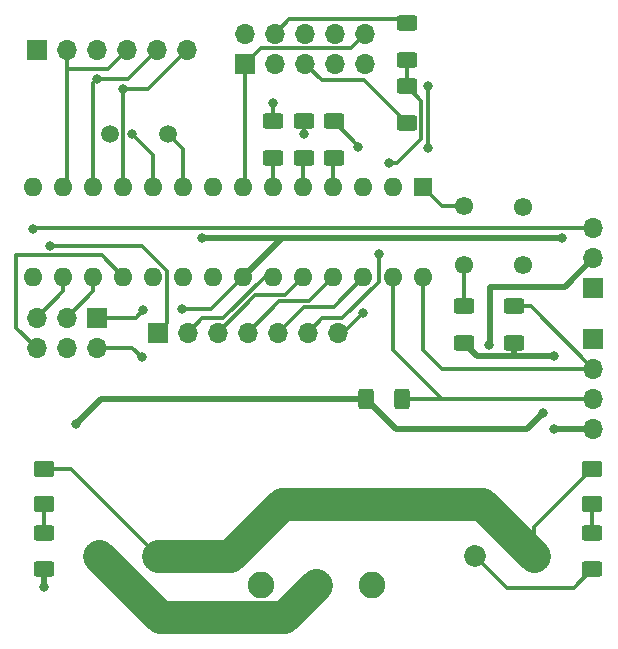
<source format=gbr>
%TF.GenerationSoftware,KiCad,Pcbnew,(7.0.0-0)*%
%TF.CreationDate,2023-06-23T15:16:10+02:00*%
%TF.ProjectId,RCcar,52436361-722e-46b6-9963-61645f706362,rev?*%
%TF.SameCoordinates,Original*%
%TF.FileFunction,Copper,L1,Top*%
%TF.FilePolarity,Positive*%
%FSLAX46Y46*%
G04 Gerber Fmt 4.6, Leading zero omitted, Abs format (unit mm)*
G04 Created by KiCad (PCBNEW (7.0.0-0)) date 2023-06-23 15:16:10*
%MOMM*%
%LPD*%
G01*
G04 APERTURE LIST*
G04 Aperture macros list*
%AMRoundRect*
0 Rectangle with rounded corners*
0 $1 Rounding radius*
0 $2 $3 $4 $5 $6 $7 $8 $9 X,Y pos of 4 corners*
0 Add a 4 corners polygon primitive as box body*
4,1,4,$2,$3,$4,$5,$6,$7,$8,$9,$2,$3,0*
0 Add four circle primitives for the rounded corners*
1,1,$1+$1,$2,$3*
1,1,$1+$1,$4,$5*
1,1,$1+$1,$6,$7*
1,1,$1+$1,$8,$9*
0 Add four rect primitives between the rounded corners*
20,1,$1+$1,$2,$3,$4,$5,0*
20,1,$1+$1,$4,$5,$6,$7,0*
20,1,$1+$1,$6,$7,$8,$9,0*
20,1,$1+$1,$8,$9,$2,$3,0*%
G04 Aperture macros list end*
%TA.AperFunction,SMDPad,CuDef*%
%ADD10RoundRect,0.250000X0.625000X-0.400000X0.625000X0.400000X-0.625000X0.400000X-0.625000X-0.400000X0*%
%TD*%
%TA.AperFunction,ComponentPad*%
%ADD11R,1.700000X1.700000*%
%TD*%
%TA.AperFunction,ComponentPad*%
%ADD12O,1.700000X1.700000*%
%TD*%
%TA.AperFunction,SMDPad,CuDef*%
%ADD13RoundRect,0.250001X-0.624999X0.462499X-0.624999X-0.462499X0.624999X-0.462499X0.624999X0.462499X0*%
%TD*%
%TA.AperFunction,ComponentPad*%
%ADD14C,2.250000*%
%TD*%
%TA.AperFunction,ComponentPad*%
%ADD15C,1.500000*%
%TD*%
%TA.AperFunction,ComponentPad*%
%ADD16C,1.850000*%
%TD*%
%TA.AperFunction,SMDPad,CuDef*%
%ADD17RoundRect,0.250000X-0.625000X0.400000X-0.625000X-0.400000X0.625000X-0.400000X0.625000X0.400000X0*%
%TD*%
%TA.AperFunction,ComponentPad*%
%ADD18R,1.600000X1.600000*%
%TD*%
%TA.AperFunction,ComponentPad*%
%ADD19O,1.600000X1.600000*%
%TD*%
%TA.AperFunction,SMDPad,CuDef*%
%ADD20RoundRect,0.250000X0.400000X0.625000X-0.400000X0.625000X-0.400000X-0.625000X0.400000X-0.625000X0*%
%TD*%
%TA.AperFunction,ComponentPad*%
%ADD21C,1.550000*%
%TD*%
%TA.AperFunction,ViaPad*%
%ADD22C,0.800000*%
%TD*%
%TA.AperFunction,Conductor*%
%ADD23C,0.500000*%
%TD*%
%TA.AperFunction,Conductor*%
%ADD24C,0.300000*%
%TD*%
%TA.AperFunction,Conductor*%
%ADD25C,2.800000*%
%TD*%
G04 APERTURE END LIST*
D10*
%TO.P,R12,1*%
%TO.N,+5V*%
X68700000Y-75600000D03*
%TO.P,R12,2*%
%TO.N,/RESET*%
X68700000Y-72500000D03*
%TD*%
%TO.P,R15,1*%
%TO.N,+6V*%
X79600000Y-94800000D03*
%TO.P,R15,2*%
%TO.N,Net-(D3-A)*%
X79600000Y-91700000D03*
%TD*%
D11*
%TO.P,J9,1,Pin_1*%
%TO.N,GND*%
X37624999Y-73474999D03*
D12*
%TO.P,J9,2,Pin_2*%
%TO.N,/RESET*%
X37624999Y-76014999D03*
%TO.P,J9,3,Pin_3*%
%TO.N,/MOSI*%
X35084999Y-73474999D03*
%TO.P,J9,4,Pin_4*%
%TO.N,/SCK*%
X35084999Y-76014999D03*
%TO.P,J9,5,Pin_5*%
%TO.N,+5V*%
X32544999Y-73474999D03*
%TO.P,J9,6,Pin_6*%
%TO.N,/MISO*%
X32544999Y-76014999D03*
%TD*%
D11*
%TO.P,J4,1,Pin_1*%
%TO.N,GND*%
X79699999Y-75249999D03*
D12*
%TO.P,J4,2,Pin_2*%
%TO.N,/SCL*%
X79699999Y-77789999D03*
%TO.P,J4,3,Pin_3*%
%TO.N,/SDA*%
X79699999Y-80329999D03*
%TO.P,J4,4,Pin_4*%
%TO.N,+5V*%
X79699999Y-82869999D03*
%TD*%
D13*
%TO.P,D3,1,K*%
%TO.N,GND*%
X79600000Y-86262500D03*
%TO.P,D3,2,A*%
%TO.N,Net-(D3-A)*%
X79600000Y-89237500D03*
%TD*%
D14*
%TO.P,SW3,1,1*%
%TO.N,Net-(D4-A-Pad1)*%
X51550000Y-96100000D03*
%TO.P,SW3,2,2*%
%TO.N,+BATT*%
X56250000Y-96100000D03*
%TO.P,SW3,3,3*%
%TO.N,Net-(D4-A-Pad1)*%
X60950000Y-96100000D03*
%TD*%
D10*
%TO.P,R1,1*%
%TO.N,+5V*%
X33200000Y-94800000D03*
%TO.P,R1,2*%
%TO.N,Net-(D1-A)*%
X33200000Y-91700000D03*
%TD*%
D15*
%TO.P,Y1,1,1*%
%TO.N,Net-(U2-XTAL2{slash}PB7)*%
X38800000Y-57900000D03*
%TO.P,Y1,2,2*%
%TO.N,Net-(U2-XTAL1{slash}PB6)*%
X43680000Y-57900000D03*
%TD*%
D16*
%TO.P,J5,1,Pin_1*%
%TO.N,+BATT*%
X37850000Y-93650000D03*
%TO.P,J5,2,Pin_2*%
%TO.N,GND*%
X42850000Y-93650000D03*
%TD*%
D17*
%TO.P,R5,1*%
%TO.N,Net-(Q2-C)*%
X63900000Y-53900000D03*
%TO.P,R5,2*%
%TO.N,/Red_LED_4*%
X63900000Y-57000000D03*
%TD*%
%TO.P,R19,1*%
%TO.N,Net-(Q1-B)*%
X57700000Y-56850000D03*
%TO.P,R19,2*%
%TO.N,/RED_LEFT*%
X57700000Y-59950000D03*
%TD*%
D13*
%TO.P,D1,1,K*%
%TO.N,GND*%
X33200000Y-86262500D03*
%TO.P,D1,2,A*%
%TO.N,Net-(D1-A)*%
X33200000Y-89237500D03*
%TD*%
D11*
%TO.P,J3,1,Pin_1*%
%TO.N,/DC_PWM*%
X32599999Y-50799999D03*
D12*
%TO.P,J3,2,Pin_2*%
%TO.N,/DC_IN2*%
X35139999Y-50799999D03*
%TO.P,J3,3,Pin_3*%
%TO.N,/DC_IN1*%
X37679999Y-50799999D03*
%TO.P,J3,4,Pin_4*%
%TO.N,/DC_IN2*%
X40219999Y-50799999D03*
%TO.P,J3,5,Pin_5*%
%TO.N,/DC_IN1*%
X42759999Y-50799999D03*
%TO.P,J3,6,Pin_6*%
%TO.N,/DC_PWM*%
X45299999Y-50799999D03*
%TD*%
D17*
%TO.P,R18,1*%
%TO.N,Net-(Q2-B)*%
X55150000Y-56850000D03*
%TO.P,R18,2*%
%TO.N,/RED_RIGHT*%
X55150000Y-59950000D03*
%TD*%
%TO.P,R14,1*%
%TO.N,/SCL*%
X72950000Y-72500000D03*
%TO.P,R14,2*%
%TO.N,+5V*%
X72950000Y-75600000D03*
%TD*%
D11*
%TO.P,J6,1,Pin_1*%
%TO.N,/PB0*%
X42789999Y-74749999D03*
D12*
%TO.P,J6,2,Pin_2*%
%TO.N,/PC0*%
X45329999Y-74749999D03*
%TO.P,J6,3,Pin_3*%
%TO.N,/PC1*%
X47869999Y-74749999D03*
%TO.P,J6,4,Pin_4*%
%TO.N,/PC2*%
X50409999Y-74749999D03*
%TO.P,J6,5,Pin_5*%
%TO.N,/PC3*%
X52949999Y-74749999D03*
%TO.P,J6,6,Pin_6*%
%TO.N,/PD0*%
X55489999Y-74749999D03*
%TO.P,J6,7,Pin_7*%
%TO.N,/PD1*%
X58029999Y-74749999D03*
%TD*%
D17*
%TO.P,R17,1*%
%TO.N,Net-(Q3-B)*%
X52600000Y-56850000D03*
%TO.P,R17,2*%
%TO.N,/FRONTLIGHTS*%
X52600000Y-59950000D03*
%TD*%
D10*
%TO.P,R4,1*%
%TO.N,Net-(Q2-C)*%
X63900000Y-51650000D03*
%TO.P,R4,2*%
%TO.N,/Red_LED_3*%
X63900000Y-48550000D03*
%TD*%
D11*
%TO.P,J1,1,Pin_1*%
%TO.N,+5V*%
X50174999Y-51974999D03*
D12*
%TO.P,J1,2,Pin_2*%
%TO.N,/Red_LED_1*%
X50174999Y-49434999D03*
%TO.P,J1,3,Pin_3*%
%TO.N,/Red_LED_2*%
X52714999Y-51974999D03*
%TO.P,J1,4,Pin_4*%
%TO.N,/Red_LED_3*%
X52714999Y-49434999D03*
%TO.P,J1,5,Pin_5*%
%TO.N,/Red_LED_4*%
X55254999Y-51974999D03*
%TO.P,J1,6,Pin_6*%
%TO.N,/White_LED_1*%
X55254999Y-49434999D03*
%TO.P,J1,7,Pin_7*%
%TO.N,/White_LED_2*%
X57794999Y-51974999D03*
%TO.P,J1,8,Pin_8*%
%TO.N,/White_LED_3*%
X57794999Y-49434999D03*
%TO.P,J1,9,Pin_9*%
%TO.N,/White_LED_4*%
X60334999Y-51974999D03*
%TO.P,J1,10,Pin_10*%
%TO.N,+5V*%
X60334999Y-49434999D03*
%TD*%
D18*
%TO.P,U2,1,~{RESET}/PC6*%
%TO.N,/RESET*%
X65299999Y-62399999D03*
D19*
%TO.P,U2,2,PD0*%
%TO.N,/PD0*%
X62759999Y-62399999D03*
%TO.P,U2,3,PD1*%
%TO.N,/PD1*%
X60219999Y-62399999D03*
%TO.P,U2,4,PD2*%
%TO.N,/RED_LEFT*%
X57679999Y-62399999D03*
%TO.P,U2,5,PD3*%
%TO.N,/RED_RIGHT*%
X55139999Y-62399999D03*
%TO.P,U2,6,PD4*%
%TO.N,/FRONTLIGHTS*%
X52599999Y-62399999D03*
%TO.P,U2,7,VCC*%
%TO.N,+5V*%
X50059999Y-62399999D03*
%TO.P,U2,8,GND*%
%TO.N,GND*%
X47519999Y-62399999D03*
%TO.P,U2,9,XTAL1/PB6*%
%TO.N,Net-(U2-XTAL1{slash}PB6)*%
X44979999Y-62399999D03*
%TO.P,U2,10,XTAL2/PB7*%
%TO.N,Net-(U2-XTAL2{slash}PB7)*%
X42439999Y-62399999D03*
%TO.P,U2,11,PD5*%
%TO.N,/DC_PWM*%
X39899999Y-62399999D03*
%TO.P,U2,12,PD6*%
%TO.N,/DC_IN1*%
X37359999Y-62399999D03*
%TO.P,U2,13,PD7*%
%TO.N,/DC_IN2*%
X34819999Y-62399999D03*
%TO.P,U2,14,PB0*%
%TO.N,/PB0*%
X32279999Y-62399999D03*
%TO.P,U2,15,PB1*%
%TO.N,/SERV_PWM*%
X32279999Y-70019999D03*
%TO.P,U2,16,PB2*%
%TO.N,+5V*%
X34819999Y-70019999D03*
%TO.P,U2,17,PB3*%
%TO.N,/MOSI*%
X37359999Y-70019999D03*
%TO.P,U2,18,PB4*%
%TO.N,/MISO*%
X39899999Y-70019999D03*
%TO.P,U2,19,PB5*%
%TO.N,/SCK*%
X42439999Y-70019999D03*
%TO.P,U2,20,AVCC*%
%TO.N,+5V*%
X44979999Y-70019999D03*
%TO.P,U2,21,AREF*%
X47519999Y-70019999D03*
%TO.P,U2,22,GND*%
%TO.N,GND*%
X50059999Y-70019999D03*
%TO.P,U2,23,PC0*%
%TO.N,/PC0*%
X52599999Y-70019999D03*
%TO.P,U2,24,PC1*%
%TO.N,/PC1*%
X55139999Y-70019999D03*
%TO.P,U2,25,PC2*%
%TO.N,/PC2*%
X57679999Y-70019999D03*
%TO.P,U2,26,PC3*%
%TO.N,/PC3*%
X60219999Y-70019999D03*
%TO.P,U2,27,PC4*%
%TO.N,/SDA*%
X62759999Y-70019999D03*
%TO.P,U2,28,PC5*%
%TO.N,/SCL*%
X65299999Y-70019999D03*
%TD*%
D11*
%TO.P,J2,1,Pin_1*%
%TO.N,GND*%
X79699999Y-70989999D03*
D12*
%TO.P,J2,2,Pin_2*%
%TO.N,+6V*%
X79699999Y-68449999D03*
%TO.P,J2,3,Pin_3*%
%TO.N,/SERV_PWM*%
X79699999Y-65909999D03*
%TD*%
D16*
%TO.P,J7,1,Pin_1*%
%TO.N,+6V*%
X69650000Y-93650000D03*
%TO.P,J7,2,Pin_2*%
%TO.N,GND*%
X74650000Y-93650000D03*
%TD*%
D20*
%TO.P,R13,1*%
%TO.N,/SDA*%
X63500000Y-80350000D03*
%TO.P,R13,2*%
%TO.N,+5V*%
X60400000Y-80350000D03*
%TD*%
D21*
%TO.P,SW2,1,1*%
%TO.N,/RESET*%
X68700000Y-69000000D03*
%TO.P,SW2,2,2*%
X68700000Y-64000000D03*
%TO.P,SW2,3,K*%
%TO.N,GND*%
X73700000Y-69000000D03*
%TO.P,SW2,4,A*%
X73700000Y-64100000D03*
%TD*%
D22*
%TO.N,+5V*%
X75399500Y-81550000D03*
X76400000Y-82900000D03*
X76400000Y-76700000D03*
%TO.N,GND*%
X44850000Y-72750000D03*
X41600000Y-72849500D03*
X77050000Y-66750000D03*
X46550000Y-66750000D03*
%TO.N,+5V*%
X35850000Y-82500000D03*
X33200000Y-96300000D03*
%TO.N,Net-(U2-XTAL2{slash}PB7)*%
X40649500Y-57900000D03*
%TO.N,+6V*%
X70850000Y-75800000D03*
%TO.N,/SERV_PWM*%
X32250000Y-65950000D03*
%TO.N,/DC_PWM*%
X39900000Y-54150000D03*
%TO.N,/DC_IN1*%
X37650000Y-53300000D03*
%TO.N,/PD0*%
X61500000Y-68100000D03*
%TO.N,/PD1*%
X60200000Y-73050000D03*
%TO.N,/RESET*%
X41500000Y-76850000D03*
%TO.N,/PB0*%
X33700000Y-67450500D03*
%TO.N,Net-(Q1-C)*%
X65700000Y-59100000D03*
X65700000Y-53900000D03*
%TO.N,Net-(Q1-B)*%
X59800000Y-59050000D03*
%TO.N,Net-(Q2-C)*%
X62400000Y-60350000D03*
%TO.N,Net-(Q2-B)*%
X55150000Y-57962000D03*
%TO.N,Net-(Q3-B)*%
X52600000Y-55300000D03*
%TD*%
D23*
%TO.N,+5V*%
X74049500Y-82900000D02*
X75399500Y-81550000D01*
X62950000Y-82900000D02*
X74049500Y-82900000D01*
X76400000Y-82900000D02*
X79670000Y-82900000D01*
X79670000Y-82900000D02*
X79700000Y-82870000D01*
X72950000Y-76700000D02*
X76400000Y-76700000D01*
D24*
%TO.N,GND*%
X79600000Y-86262500D02*
X74650000Y-91212500D01*
D25*
X53350000Y-89250000D02*
X70250000Y-89250000D01*
D23*
X77050000Y-66750000D02*
X53330000Y-66750000D01*
X53330000Y-66750000D02*
X46550000Y-66750000D01*
D25*
X42850000Y-93650000D02*
X48950000Y-93650000D01*
D24*
X40974500Y-73475000D02*
X37625000Y-73475000D01*
X35462500Y-86262500D02*
X42850000Y-93650000D01*
X50060000Y-70020000D02*
X47330000Y-72750000D01*
X41600000Y-72849500D02*
X40974500Y-73475000D01*
X47330000Y-72750000D02*
X44850000Y-72750000D01*
D25*
X48950000Y-93650000D02*
X53350000Y-89250000D01*
D23*
X53330000Y-66750000D02*
X50060000Y-70020000D01*
D24*
X33200000Y-86262500D02*
X35462500Y-86262500D01*
D25*
X70250000Y-89250000D02*
X74650000Y-93650000D01*
D24*
X74650000Y-91212500D02*
X74650000Y-93650000D01*
D23*
%TO.N,+5V*%
X33200000Y-96300000D02*
X33200000Y-94800000D01*
D24*
X50175000Y-51975000D02*
X50175000Y-62285000D01*
D23*
X72950000Y-75600000D02*
X72950000Y-76700000D01*
X69800000Y-76700000D02*
X72950000Y-76700000D01*
D24*
X51515000Y-50635000D02*
X50175000Y-51975000D01*
D23*
X62950000Y-82900000D02*
X60400000Y-80350000D01*
D24*
X60335000Y-49435000D02*
X59135000Y-50635000D01*
X34820000Y-71200000D02*
X34820000Y-70020000D01*
X50175000Y-62285000D02*
X50060000Y-62400000D01*
D23*
X60400000Y-80350000D02*
X38000000Y-80350000D01*
D24*
X32545000Y-73475000D02*
X34820000Y-71200000D01*
X59135000Y-50635000D02*
X51515000Y-50635000D01*
D23*
X38000000Y-80350000D02*
X35850000Y-82500000D01*
X68700000Y-75600000D02*
X69800000Y-76700000D01*
D24*
%TO.N,Net-(U2-XTAL1{slash}PB6)*%
X44980000Y-59200000D02*
X44980000Y-62400000D01*
X43680000Y-57900000D02*
X44980000Y-59200000D01*
%TO.N,Net-(U2-XTAL2{slash}PB7)*%
X42440000Y-62400000D02*
X42440000Y-59690500D01*
X42440000Y-59690500D02*
X40649500Y-57900000D01*
D23*
%TO.N,+6V*%
X79700000Y-68450000D02*
X77300000Y-70850000D01*
X70950000Y-70850000D02*
X70950000Y-75700000D01*
X77300000Y-70850000D02*
X70950000Y-70850000D01*
D24*
X72350000Y-96350000D02*
X69650000Y-93650000D01*
D23*
X70950000Y-75700000D02*
X70850000Y-75800000D01*
D24*
X78050000Y-96350000D02*
X72350000Y-96350000D01*
X79600000Y-94800000D02*
X78050000Y-96350000D01*
%TO.N,Net-(D1-A)*%
X33200000Y-91700000D02*
X33200000Y-89237500D01*
%TO.N,Net-(D3-A)*%
X79600000Y-91700000D02*
X79600000Y-89237500D01*
%TO.N,/Red_LED_3*%
X63900000Y-48550000D02*
X63585000Y-48235000D01*
X53915000Y-48235000D02*
X52715000Y-49435000D01*
X63585000Y-48235000D02*
X53915000Y-48235000D01*
%TO.N,/Red_LED_4*%
X60300000Y-53400000D02*
X56680000Y-53400000D01*
X56680000Y-53400000D02*
X55255000Y-51975000D01*
X63900000Y-57000000D02*
X60300000Y-53400000D01*
%TO.N,/SERV_PWM*%
X32290000Y-65910000D02*
X32250000Y-65950000D01*
X79700000Y-65910000D02*
X32290000Y-65910000D01*
%TO.N,/DC_PWM*%
X39900000Y-62400000D02*
X39900000Y-54150000D01*
X41950000Y-54150000D02*
X39900000Y-54150000D01*
X45300000Y-50800000D02*
X41950000Y-54150000D01*
%TO.N,/DC_IN2*%
X35140000Y-52400000D02*
X35140000Y-62080000D01*
X38620000Y-52400000D02*
X35140000Y-52400000D01*
X35140000Y-50800000D02*
X35140000Y-52400000D01*
X35140000Y-62080000D02*
X34820000Y-62400000D01*
X40220000Y-50800000D02*
X38620000Y-52400000D01*
%TO.N,/DC_IN1*%
X37360000Y-53590000D02*
X37360000Y-62400000D01*
X37650000Y-53300000D02*
X37360000Y-53590000D01*
X42760000Y-50800000D02*
X40260000Y-53300000D01*
X40260000Y-53300000D02*
X37650000Y-53300000D01*
%TO.N,/SCL*%
X79700000Y-77790000D02*
X66890000Y-77790000D01*
X66890000Y-77790000D02*
X65300000Y-76200000D01*
X65300000Y-76200000D02*
X65300000Y-70020000D01*
X74410000Y-72500000D02*
X79700000Y-77790000D01*
X72950000Y-72500000D02*
X74410000Y-72500000D01*
%TO.N,/SDA*%
X62760000Y-76190000D02*
X62760000Y-70020000D01*
X66880000Y-80330000D02*
X62750000Y-76200000D01*
X63500000Y-80350000D02*
X67280000Y-80350000D01*
X79700000Y-80330000D02*
X67300000Y-80330000D01*
X62750000Y-76200000D02*
X62760000Y-76190000D01*
X67300000Y-80330000D02*
X66880000Y-80330000D01*
X67280000Y-80350000D02*
X67300000Y-80330000D01*
D25*
%TO.N,+BATT*%
X53525000Y-98825000D02*
X43025000Y-98825000D01*
X56250000Y-96100000D02*
X53525000Y-98825000D01*
X43025000Y-98825000D02*
X37850000Y-93650000D01*
D24*
%TO.N,/PD0*%
X55490000Y-74750000D02*
X56690000Y-73550000D01*
X58400000Y-73550000D02*
X61500000Y-70450000D01*
X61500000Y-70450000D02*
X61500000Y-68100000D01*
X56690000Y-73550000D02*
X58400000Y-73550000D01*
%TO.N,/PC0*%
X46530000Y-73550000D02*
X48362894Y-73550000D01*
X45330000Y-74750000D02*
X46530000Y-73550000D01*
X48362894Y-73550000D02*
X51892894Y-70020000D01*
X51892894Y-70020000D02*
X52600000Y-70020000D01*
%TO.N,/PC1*%
X53610000Y-71550000D02*
X55140000Y-70020000D01*
X51070000Y-71550000D02*
X53610000Y-71550000D01*
X47870000Y-74750000D02*
X51070000Y-71550000D01*
%TO.N,/PC2*%
X53110000Y-72050000D02*
X55650000Y-72050000D01*
X55650000Y-72050000D02*
X57680000Y-70020000D01*
X50410000Y-74750000D02*
X53110000Y-72050000D01*
%TO.N,/PC3*%
X55150000Y-72550000D02*
X57690000Y-72550000D01*
X52950000Y-74750000D02*
X55150000Y-72550000D01*
X57690000Y-72550000D02*
X60220000Y-70020000D01*
%TO.N,/PD1*%
X58030000Y-74750000D02*
X58500000Y-74750000D01*
X58500000Y-74750000D02*
X60200000Y-73050000D01*
%TO.N,/RESET*%
X41500000Y-76850000D02*
X40665000Y-76015000D01*
X40665000Y-76015000D02*
X37625000Y-76015000D01*
X68700000Y-69000000D02*
X68700000Y-72500000D01*
X66900000Y-64000000D02*
X65300000Y-62400000D01*
X68700000Y-64000000D02*
X66900000Y-64000000D01*
%TO.N,/MOSI*%
X37360000Y-71200000D02*
X37360000Y-70020000D01*
X35085000Y-73475000D02*
X37360000Y-71200000D01*
%TO.N,/MISO*%
X32545000Y-76015000D02*
X30850000Y-74320000D01*
X30850000Y-68200000D02*
X38080000Y-68200000D01*
X30850000Y-74320000D02*
X30850000Y-68200000D01*
X38080000Y-68200000D02*
X39900000Y-70020000D01*
%TO.N,/PB0*%
X42790000Y-74750000D02*
X43590000Y-73950000D01*
X41500500Y-67450500D02*
X33700000Y-67450500D01*
X43590000Y-69540000D02*
X41500500Y-67450500D01*
X43590000Y-73950000D02*
X43590000Y-69540000D01*
%TO.N,Net-(Q1-C)*%
X65700000Y-53900000D02*
X65700000Y-59100000D01*
%TO.N,Net-(Q1-B)*%
X59800000Y-58950000D02*
X59800000Y-59050000D01*
X57700000Y-56850000D02*
X59800000Y-58950000D01*
%TO.N,Net-(Q2-C)*%
X65125000Y-58325000D02*
X63100000Y-60350000D01*
X63900000Y-53900000D02*
X65125000Y-55125000D01*
X65125000Y-55125000D02*
X65125000Y-58325000D01*
X63100000Y-60350000D02*
X62400000Y-60350000D01*
X63900000Y-53900000D02*
X63900000Y-51650000D01*
%TO.N,Net-(Q2-B)*%
X55150000Y-56850000D02*
X55150000Y-57962000D01*
%TO.N,Net-(Q3-B)*%
X52600000Y-55300000D02*
X52600000Y-56850000D01*
%TO.N,/FRONTLIGHTS*%
X52600000Y-62400000D02*
X52600000Y-59950000D01*
%TO.N,/RED_RIGHT*%
X55140000Y-62400000D02*
X55140000Y-59960000D01*
X55140000Y-59960000D02*
X55150000Y-59950000D01*
%TO.N,/RED_LEFT*%
X57680000Y-62400000D02*
X57680000Y-59970000D01*
X57680000Y-59970000D02*
X57700000Y-59950000D01*
%TD*%
M02*

</source>
